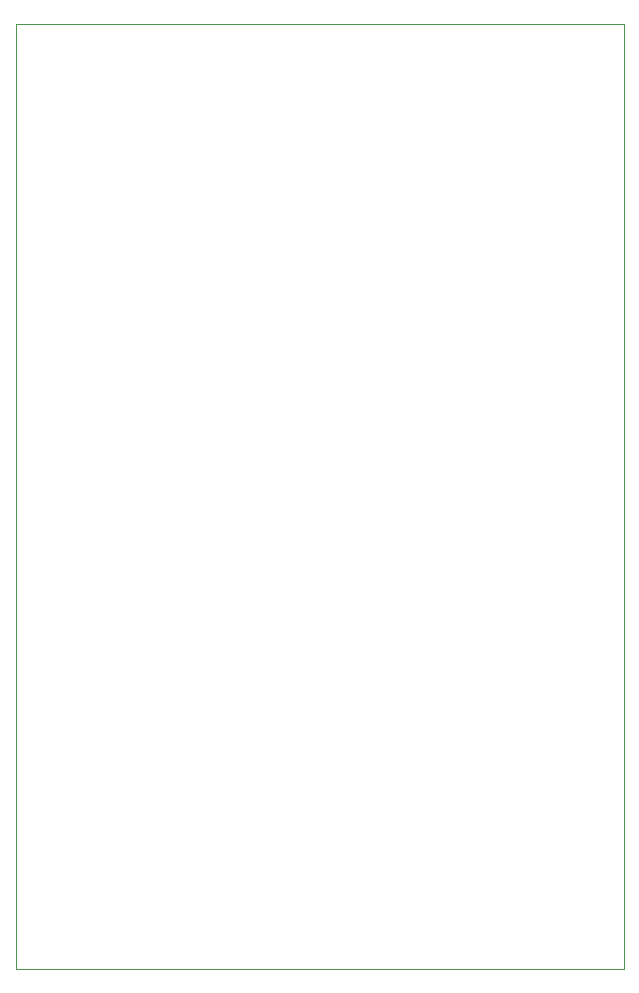
<source format=gbr>
%TF.GenerationSoftware,KiCad,Pcbnew,8.0.8*%
%TF.CreationDate,2025-06-02T22:50:19+02:00*%
%TF.ProjectId,autoZalivanje,6175746f-5a61-46c6-9976-616e6a652e6b,rev?*%
%TF.SameCoordinates,Original*%
%TF.FileFunction,Profile,NP*%
%FSLAX46Y46*%
G04 Gerber Fmt 4.6, Leading zero omitted, Abs format (unit mm)*
G04 Created by KiCad (PCBNEW 8.0.8) date 2025-06-02 22:50:19*
%MOMM*%
%LPD*%
G01*
G04 APERTURE LIST*
%TA.AperFunction,Profile*%
%ADD10C,0.050000*%
%TD*%
G04 APERTURE END LIST*
D10*
X104000000Y-45500000D02*
X155500000Y-45500000D01*
X155500000Y-125500000D01*
X104000000Y-125500000D01*
X104000000Y-45500000D01*
M02*

</source>
